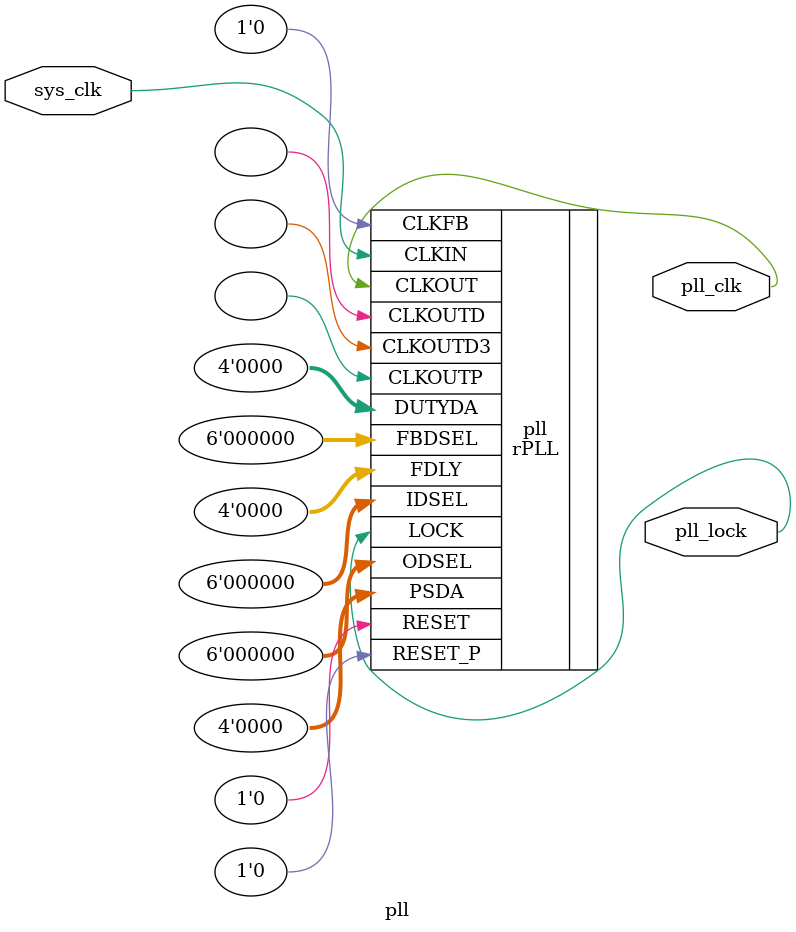
<source format=v>
module pll(
    input sys_clk,
    output pll_clk, pll_lock
);
rPLL #( // For GW1NR-9C C6/I5 (Tang Nano 9K proto dev board)
  .FCLKIN("27"),
  .IDIV_SEL(8), // -> PFD = 3 MHz (range: 3-400 MHz)
  .FBDIV_SEL(39), // -> CLKOUT = 120 MHz (range: 3.125-600 MHz)
  .ODIV_SEL(4) // -> VCO = 480 MHz (range: 400-1200 MHz)
) pll (.CLKOUTP(), .CLKOUTD(), .CLKOUTD3(), .RESET(1'b0), .RESET_P(1'b0), .CLKFB(1'b0), .FBDSEL(6'b0), .IDSEL(6'b0), .ODSEL(6'b0), .PSDA(4'b0), .DUTYDA(4'b0), .FDLY(4'b0),
  .CLKIN(sys_clk), // 27 MHz
  .CLKOUT(pll_clk), // 120 MHz
  .LOCK(pll_lock)
);
endmodule
</source>
